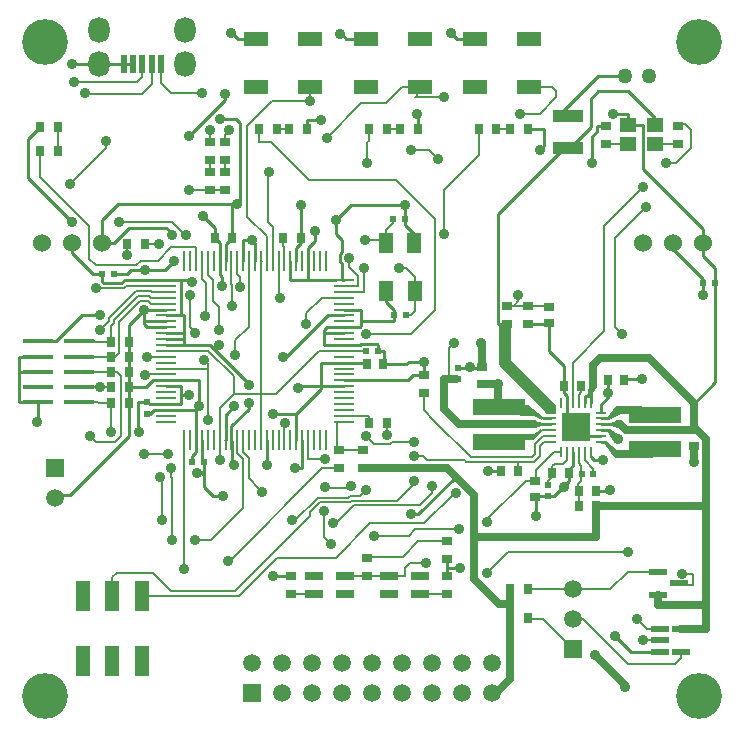
<source format=gtl>
%FSTAX23Y23*%
%MOIN*%
%SFA1B1*%

%IPPOS*%
%ADD10R,0.027560X0.035430*%
%ADD11R,0.035430X0.027560*%
%ADD12R,0.102360X0.043310*%
%ADD13R,0.023620X0.019690*%
%ADD14R,0.059060X0.031500*%
%ADD15R,0.047240X0.070870*%
%ADD16R,0.080000X0.050000*%
%ADD17R,0.055120X0.047240*%
%ADD18O,0.009840X0.037400*%
%ADD19O,0.037400X0.009840*%
%ADD20R,0.094490X0.094490*%
%ADD21R,0.173000X0.056500*%
%ADD22R,0.035430X0.031500*%
%ADD23R,0.031500X0.035430*%
%ADD24R,0.019690X0.023620*%
%ADD25R,0.059060X0.023620*%
%ADD26R,0.021650X0.064960*%
%ADD27R,0.011420X0.068900*%
%ADD28R,0.068900X0.011420*%
%ADD29R,0.098430X0.017320*%
%ADD30R,0.047240X0.098430*%
%ADD31C,0.010000*%
%ADD32C,0.025000*%
%ADD33C,0.008000*%
%ADD34C,0.040000*%
%ADD35R,0.059060X0.059060*%
%ADD36C,0.059060*%
%ADD37C,0.060000*%
%ADD38O,0.070870X0.086610*%
%ADD39R,0.059060X0.059060*%
%ADD40C,0.050000*%
%ADD41C,0.035000*%
%ADD42C,0.152000*%
%LNirbeacon-1*%
%LPD*%
G36*
X01768Y00991D02*
X01737Y00961D01*
X01706*
X01707Y00983*
X0174*
X01765Y00998*
X01768Y00991*
G37*
G36*
X01788Y01014D02*
X01742Y01002D01*
X01724*
Y01026*
X01741*
X01788Y01014*
G37*
G36*
X02016Y00928D02*
X02018Y00908D01*
X02008Y00907*
X01975Y00951*
X01981Y00958*
X02016Y00928*
G37*
G36*
X02027Y0098D02*
X02029Y00956D01*
X02007Y00957*
X01983Y00992*
X01989Y00999*
X02027Y0098*
G37*
G36*
X02024Y01002D02*
X02017D01*
X01982Y01014*
X02015Y01026*
X02024*
Y01002*
G37*
G36*
X01814Y01077D02*
Y01053D01*
X01778*
Y01075*
X01797Y01094*
X01814Y01077*
G37*
G36*
X0195Y0114D02*
X01945Y0113D01*
X01929Y01109*
X01911*
X0192Y0112*
X01925Y01145*
X0195*
Y0114*
G37*
G36*
X02031Y0105D02*
X0201Y0104D01*
X01988Y01029*
X01987Y01038*
X02011Y01073*
X02033Y01074*
X02031Y0105*
G37*
G36*
X01771Y01039D02*
X01766Y0103D01*
X01741Y01043*
X01695*
Y01079*
X0172*
X01771Y01039*
G37*
G54D10*
X01295Y02D03*
X01354D03*
X00925D03*
X00984D03*
X00905Y01635D03*
X00964D03*
X00825Y02D03*
X00884D03*
X0119D03*
X01249D03*
X01556D03*
X01615D03*
X01629Y00858D03*
X01688D03*
X01889Y00793D03*
X01948D03*
Y00743D03*
X01889D03*
X01898Y01143D03*
X01839D03*
X01858Y00853D03*
X01799D03*
X0033Y01085D03*
X00389D03*
X00095Y02005D03*
X00154D03*
X01719Y00465D03*
X0166D03*
X01719Y0037D03*
X0166D03*
X0119Y0102D03*
X01249D03*
X00444Y01615D03*
X00385D03*
X0033Y0114D03*
X00389D03*
X0033Y0119D03*
X00389D03*
X0033Y0124D03*
X00389D03*
X0033Y0129D03*
X00389D03*
X00095Y01925D03*
X00154D03*
X01719Y02D03*
X0166D03*
G54D11*
X0198Y02009D03*
Y0195D03*
X0066Y01954D03*
Y01895D03*
X0071D03*
Y01954D03*
X0109Y0087D03*
Y00929D03*
X01373Y01178D03*
Y01119D03*
X0093Y00509D03*
Y0045D03*
X0145Y00509D03*
Y0045D03*
X01185Y0051D03*
Y00569D03*
X0145Y00565D03*
Y00624D03*
X0066Y01795D03*
Y01854D03*
X0071Y01795D03*
Y01854D03*
X0117Y0087D03*
Y00929D03*
X0172Y0135D03*
Y01409D03*
X0165D03*
Y0135D03*
X0222Y02009D03*
Y0195D03*
G54D12*
X01855Y01936D03*
Y02043D03*
G54D13*
X0118Y0126D03*
X01219D03*
X01314Y0138D03*
X01275D03*
X01938Y00848D03*
X01899D03*
X006Y0089D03*
X00639D03*
X00339Y01515D03*
X003D03*
X02344Y01485D03*
X02305D03*
X0127Y017D03*
X01309D03*
G54D14*
X01361Y0051D03*
X01258D03*
Y0045D03*
X01361D03*
X01008Y0051D03*
X01111D03*
Y0045D03*
X01008D03*
G54D15*
X01341Y01618D03*
X01342Y0146D03*
X01247Y01618D03*
X01248Y0146D03*
G54D16*
X01725Y0214D03*
Y023D03*
X01545Y0214D03*
Y023D03*
X00995Y0214D03*
Y023D03*
X00815Y0214D03*
Y023D03*
X0136Y0214D03*
Y023D03*
X0118Y0214D03*
Y023D03*
G54D17*
X02055Y02011D03*
Y01948D03*
X02145Y02011D03*
Y01948D03*
G54D18*
X0183Y00922D03*
X0185D03*
X0187D03*
X01889D03*
X01909D03*
X01929D03*
Y01087D03*
X01909D03*
X01889D03*
X0187D03*
X0185D03*
X0183D03*
G54D19*
X01962Y00955D03*
Y00975D03*
Y00994D03*
Y01014D03*
Y01034D03*
Y01053D03*
X01797D03*
Y01034D03*
Y01014D03*
Y00994D03*
Y00975D03*
Y00955D03*
G54D20*
X01879Y01004D03*
G54D21*
X01623Y00955D03*
Y01071D03*
X02144Y00931D03*
Y01047D03*
G54D22*
X01568Y01204D03*
Y01149D03*
X01745Y00827D03*
Y00772D03*
X02275Y00942D03*
Y00997D03*
X0179Y01352D03*
Y01407D03*
G54D23*
X02041Y01163D03*
X01986D03*
X01237Y01215D03*
X01182D03*
X00677Y01635D03*
X00732D03*
G54D24*
X01788Y00813D03*
Y00774D03*
X01488Y01164D03*
Y01203D03*
X0045Y0105D03*
Y01089D03*
G54D25*
X02225Y00485D03*
X02154Y00447D03*
Y00522D03*
X0223Y00257D03*
X02159D03*
Y00332D03*
Y00295D03*
X0223Y00332D03*
G54D26*
X00372Y02215D03*
X00403D03*
X00435D03*
X00466D03*
X00497D03*
G54D27*
X00574Y00961D03*
X00593D03*
X00613D03*
X00633D03*
X00652D03*
X00672D03*
X00692D03*
X00712D03*
X00731D03*
X00751D03*
X00771D03*
X0079D03*
X0081D03*
X0083D03*
X00849D03*
X00869D03*
X00889D03*
X00908D03*
X00928D03*
X00948D03*
X00967D03*
X00987D03*
X01007D03*
X01027D03*
X01046D03*
Y01558D03*
X01027D03*
X01007D03*
X00987D03*
X00967D03*
X00948D03*
X00928D03*
X00908D03*
X00889D03*
X00869D03*
X00849D03*
X0083D03*
X0081D03*
X0079D03*
X00771D03*
X00751D03*
X00731D03*
X00712D03*
X00692D03*
X00672D03*
X00652D03*
X00633D03*
X00613D03*
X00593D03*
X00574D03*
G54D28*
X01108Y01023D03*
Y01043D03*
Y01063D03*
Y01082D03*
Y01102D03*
Y01122D03*
Y01141D03*
Y01161D03*
Y01181D03*
Y012D03*
Y0122D03*
Y0124D03*
Y0126D03*
Y01279D03*
Y01299D03*
Y01319D03*
Y01338D03*
Y01358D03*
Y01378D03*
Y01397D03*
Y01417D03*
Y01437D03*
Y01456D03*
Y01476D03*
Y01496D03*
X00512D03*
Y01476D03*
Y01456D03*
Y01437D03*
Y01417D03*
Y01397D03*
Y01378D03*
Y01358D03*
Y01338D03*
Y01319D03*
Y01299D03*
Y01279D03*
Y0126D03*
Y0124D03*
Y0122D03*
Y012D03*
Y01181D03*
Y01161D03*
Y01141D03*
Y01122D03*
Y01102D03*
Y01082D03*
Y01063D03*
Y01043D03*
Y01023D03*
G54D29*
X00223Y0119D03*
Y0124D03*
Y01291D03*
Y0114D03*
Y01089D03*
X00086D03*
Y0114D03*
Y01291D03*
Y0124D03*
Y0119D03*
G54D30*
X00433Y00441D03*
X00335D03*
X00236D03*
Y00225D03*
X00335D03*
X00433D03*
G54D31*
X01465Y0232D02*
X01485Y023D01*
X01095Y02315D02*
X011D01*
X01115Y023*
X0073Y0232D02*
X00735D01*
X00755Y023*
X00748Y02032D02*
X0076Y0202D01*
Y0176D02*
Y0202D01*
X0075Y0175D02*
X0076Y0176D01*
X00732Y0175D02*
X0075D01*
X02305Y01455D02*
Y01485D01*
X02305Y01445D02*
Y01455D01*
X0193Y021D02*
X01955Y02125D01*
X0193Y02005D02*
Y021D01*
X01865Y0194D02*
X0193Y02005D01*
X01935Y01975D02*
X0195Y0199D01*
X01935Y01885D02*
Y01975D01*
Y0188D02*
Y01885D01*
X0195Y0199D02*
Y02009D01*
X02055Y02011D02*
Y0205D01*
X02005D02*
X02055D01*
X02104Y01866D02*
Y01918D01*
X0195Y02009D02*
X0198D01*
X01719Y02D02*
X01774D01*
X01774Y01999*
Y01944D02*
Y01999D01*
X01955Y02125D02*
X02055D01*
X02145Y02011D02*
Y02035D01*
X02055Y02125D02*
X02145Y02035D01*
X0034Y0162D02*
X0039Y0167D01*
X003Y0162D02*
X0034D01*
X011Y01588D02*
Y0163D01*
X01094Y01582D02*
X011Y01588D01*
X01094Y01557D02*
Y01582D01*
Y01557D02*
X011Y01551D01*
X00024Y01089D02*
Y01239D01*
X00025Y01189D02*
X00086D01*
X00024Y01089D02*
X00086D01*
X00025Y0124D02*
X00086D01*
X01739Y01014D02*
X01797D01*
X0071Y02094D02*
Y02115D01*
X00591Y01975D02*
X0071Y02094D01*
X00389Y0114D02*
X00448D01*
X0047Y01161*
X00306Y01485D02*
X00365D01*
X003Y0149D02*
X00306Y01485D01*
X003Y0149D02*
Y01515D01*
X00376Y01496D02*
X00512D01*
X00365Y01485D02*
X00376Y01496D01*
X00235Y0138D02*
X00295D01*
X00389Y01347D02*
X0044Y01397D01*
X00389Y0129D02*
Y01347D01*
X00146Y01291D02*
X00235Y0138D01*
X0201Y0031D02*
X02062Y00257D01*
X0079Y01145D02*
Y01149D01*
X02205Y016D02*
Y0162D01*
X00339Y01515D02*
X00385D01*
X00443Y0153D02*
X0051D01*
X0054Y0156*
X01929Y01136D02*
X01937Y01145D01*
X0103Y01141D02*
Y0122D01*
X01929Y01109D02*
Y01136D01*
X01909Y00975D02*
X01962D01*
X00625Y01075D02*
Y01161D01*
X00512D02*
X00625D01*
X00512Y01063D02*
X00613D01*
X00565Y01082D02*
Y01112D01*
X00512Y01082D02*
X00565D01*
Y01112D02*
X00587D01*
X00565D02*
Y01141D01*
X00192Y0078D02*
X00389Y00977D01*
X00155Y0078D02*
X00192D01*
X00145Y0077D02*
X00155Y0078D01*
X00986Y01496D02*
Y01557D01*
Y01496D02*
X0108D01*
X01857Y00826D02*
Y00845D01*
X0103Y0122D02*
X01108D01*
X01788Y00774D02*
Y00776D01*
X01978Y00955D02*
X02017Y00916D01*
X01962Y01054D02*
Y0108D01*
X01929Y00905D02*
X01939Y00895D01*
X01577Y0115D02*
X01577Y0115D01*
X0187Y00877D02*
Y00922D01*
X01857Y00865D02*
X0187Y00877D01*
X01962Y0108D02*
X01986Y01104D01*
X01989Y00995D02*
X02019Y00964D01*
X01988Y01034D02*
X02019Y01063D01*
X01962Y01034D02*
X01988D01*
X01788Y00774D02*
X01805D01*
X01595Y00858D02*
X01629D01*
X01373Y01178D02*
Y01211D01*
X01526Y01206D02*
Y01208D01*
X01839Y0112D02*
X0185Y0111D01*
Y01087D02*
Y0111D01*
X01948Y00793D02*
X01987D01*
X0205Y01164D02*
X02099D01*
X02103*
X01962Y00955D02*
X01978D01*
X01769Y01034D02*
X01797D01*
X01962Y00995D02*
X01989D01*
X01929Y01087D02*
Y01109D01*
X01909Y01107D02*
X01911Y01109D01*
X01909Y01087D02*
Y01107D01*
Y01087D02*
X01909Y01087D01*
X00389Y01085D02*
Y0114D01*
Y0119*
Y0124*
Y0129*
X00456Y01082D02*
X00512D01*
X00473Y01063D02*
X00512D01*
X0046Y0105D02*
X00473Y01063D01*
X0045Y0105D02*
X0046D01*
X00633Y009D02*
Y00961D01*
X00711Y00962D02*
X00712Y00961D01*
X00731D02*
X00732Y0096D01*
X00613Y00921D02*
Y00961D01*
X006Y00908D02*
X00613Y00921D01*
X006Y0089D02*
Y00908D01*
X00849Y00961D02*
X0085Y00961D01*
X00986Y01557D02*
X00987Y01558D01*
Y01602*
X00948Y01558D02*
Y01603D01*
X00964Y01619*
Y01635*
X01108Y01161D02*
X01321D01*
X01338Y01178*
X01373*
X0172Y0135D02*
X01788D01*
X02062Y00257D02*
X02159D01*
X02104Y01918D02*
Y0201D01*
Y01918D02*
X02105Y01918D01*
X02055Y02011D02*
X02104D01*
X02273Y01083D02*
X02345Y01154D01*
Y01484*
X02104Y01866D02*
X02305Y01666D01*
Y0162D02*
Y01666D01*
X00372Y02215D02*
X00403D01*
X00291D02*
X00372D01*
X00809Y01559D02*
X0081Y01558D01*
X00692D02*
Y0162D01*
X00677Y01635D02*
X00692Y0162D01*
X00677Y01635D02*
Y01668D01*
X00637Y01709D02*
X00677Y01668D01*
X00712Y01558D02*
Y01614D01*
X00732Y01635*
X003Y0162D02*
Y01695D01*
X01619Y01389D02*
X0162Y01388D01*
X01309Y0168D02*
Y017D01*
Y0168D02*
X01341Y01648D01*
Y01618D02*
X01343Y01617D01*
X002Y01585D02*
Y0162D01*
Y01585D02*
X0027Y01515D01*
X00086Y01291D02*
X00146D01*
X0044Y0135D02*
X00451Y01338D01*
X00512*
X0124Y01222D02*
Y0126D01*
X01219D02*
Y01279D01*
X01108Y01279D02*
X01159D01*
X01163Y01282*
X01216*
X01219Y01279*
Y0126D02*
X0124D01*
X00928Y01496D02*
Y01558D01*
Y01496D02*
X00928Y01496D01*
X006Y0149D02*
X0061D01*
X007Y01475D02*
Y01505D01*
X00692Y01512D02*
X007Y01505D01*
X00692Y01512D02*
Y01558D01*
X00564Y01378D02*
Y01495D01*
X00512Y01378D02*
X00575D01*
X00564Y01495D02*
X00565Y01496D01*
X00512D02*
X00565D01*
X00948Y00961D02*
Y0105D01*
X0087D02*
X00948D01*
X00712Y01047D02*
X0074Y01075D01*
X00712Y00961D02*
Y01047D01*
X00731Y00961D02*
Y01008D01*
X0079Y01066*
Y01085*
X0185Y01034D02*
Y01087D01*
X0179Y0126D02*
Y01352D01*
Y0126D02*
X01839Y0121D01*
X01619Y0135D02*
Y01389D01*
Y0135D02*
X0165D01*
X00512Y01141D02*
X00565D01*
X00613Y00961D02*
X00614Y00962D01*
X00613Y00961D02*
Y01063D01*
X01275Y0136D02*
Y0138D01*
X00964Y01635D02*
Y01744D01*
X0104Y0128D02*
X0104Y01279D01*
X01108*
X00755Y023D02*
X00815D01*
X01115D02*
X0118D01*
X01485D02*
X01545D01*
X0081Y01558D02*
Y01618D01*
X00771Y01558D02*
Y01628D01*
X00732Y00882D02*
Y0096D01*
X00771Y01628D02*
X008D01*
X00811*
X0063Y00855D02*
X00639Y00845D01*
X00615Y00855D02*
X00616Y00853D01*
X00639Y00845D02*
Y0089D01*
X0073Y0088D02*
X00732Y00882D01*
X0073Y0088D02*
X0074D01*
X0145Y00509D02*
Y00535D01*
Y00565*
Y00535D02*
X01495D01*
X0087Y00509D02*
X0093D01*
X0087Y0051D02*
X0087Y00509D01*
X02205Y016D02*
X02305Y01499D01*
Y01485D02*
Y01499D01*
X02305Y01455D02*
X02305Y01455D01*
X0027Y01515D02*
X003D01*
X00055Y01835D02*
X002Y0169D01*
X00055Y01835D02*
Y01964D01*
X00095Y02005*
X01954Y02175D02*
X02045D01*
X01835Y02043D02*
Y02055D01*
X01954Y02175*
X02005Y0205D02*
Y02055D01*
X00675Y01264D02*
X0069Y0128D01*
X00675Y01264D02*
X0079Y01149D01*
X00659Y01279D02*
X00675Y01264D01*
X0117Y0087D02*
Y0087D01*
X00945Y0087D02*
X00967D01*
Y00961*
X00086Y01023D02*
Y01089D01*
X00984Y02D02*
Y02029D01*
X01029*
X0135Y0205D02*
X01354Y02054D01*
X01619Y01389D02*
Y01714D01*
X01835Y0193*
X0176D02*
X01774Y01944D01*
X00849Y0088D02*
Y00961D01*
X00389Y00977D02*
Y01085D01*
X0047Y01161D02*
X00512D01*
X0133Y00715D02*
X01355D01*
X0044Y0135D02*
Y01385D01*
X00987Y01602D02*
X0101Y01625D01*
Y0165*
X00905Y0124D02*
X00915D01*
X0042Y01089D02*
X0045D01*
X00639Y00805D02*
Y00845D01*
Y00805D02*
X0067Y00775D01*
X00705*
X02344Y01485D02*
Y01535D01*
X02305Y01575D02*
X02344Y01535D01*
X02305Y01575D02*
Y0162D01*
X01309Y017D02*
Y01744D01*
X0131Y01745*
X002Y02215D02*
X00291D01*
X0044Y01397D02*
X00512D01*
X01355Y00715D02*
X0148Y0084D01*
X00948Y0105D02*
X0103Y01131D01*
Y01141*
X00961D02*
X0103D01*
X01108*
X0042Y0099D02*
X00425D01*
X00695Y02032D02*
X00748D01*
X00964Y01744D02*
X00965Y01745D01*
Y01747*
X003Y01695D02*
X00355Y0175D01*
X00732*
X0108Y0165D02*
Y01695D01*
X01237Y01215D02*
X01315D01*
X01322Y01222*
X01373*
X00928Y01496D02*
X00986D01*
X011D02*
X01108D01*
X0108Y0165D02*
X011Y0163D01*
X01248Y01421D02*
Y0146D01*
Y01421D02*
X01275Y01394D01*
Y0138D02*
Y01394D01*
X0053Y01645D02*
X00535D01*
X0039Y0167D02*
X00515D01*
X0053Y01655*
X00385Y01515D02*
X00398Y01528D01*
X00422*
X00425Y0153*
X00443*
X0113Y01745D02*
X0131D01*
X0108Y01695D02*
X0113Y01745D01*
X01044Y01319D02*
X01108D01*
X0104Y0128D02*
Y0133D01*
X00512Y01279D02*
X00575D01*
X00512Y01319D02*
X0057D01*
X00575Y01279D02*
Y01378D01*
Y01279D02*
X00659D01*
X00512Y01299D02*
X00574D01*
X00441Y01358D02*
X00512D01*
X00613Y01063D02*
Y01075D01*
X00732Y01635D02*
Y0175D01*
X01962Y01014D02*
X02019D01*
X01108Y0122D02*
X01188D01*
X01911Y01109D02*
X01929D01*
X01165Y0136D02*
X01275D01*
X0042Y0099D02*
Y01089D01*
X00615Y00855D02*
X0063D01*
X00603Y01496D02*
X0061Y0149D01*
X00565Y01496D02*
X00603D01*
X01748Y00712D02*
Y00776D01*
X01738Y00777D02*
X01788D01*
X01839Y0112D02*
Y0121D01*
X01526Y01203D02*
Y01206D01*
X01488Y01203D02*
X01566D01*
X01806Y00775D02*
X01857Y00826D01*
X01939Y00895D02*
X01969D01*
X01986Y0112D02*
Y01163D01*
X011Y01496D02*
Y01551D01*
X01354Y02D02*
Y02054D01*
X01108Y01397D02*
X01165D01*
Y01343D02*
Y01397D01*
X00915Y0124D02*
X01053Y01378D01*
X01108*
X01161Y01339D02*
X01165Y01343D01*
X0104Y0133D02*
X01049Y01339D01*
X01161*
G54D32*
X02154Y00412D02*
X02313D01*
X02154D02*
Y00447D01*
X02313Y00412D02*
Y00966D01*
Y00332D02*
Y00412D01*
X0223Y00332D02*
X02313D01*
X02282Y00997D02*
X02313Y00966D01*
X01456Y01164D02*
X0148D01*
X01439D02*
X01456D01*
X0154Y0064D02*
Y0078D01*
X0166Y00165D02*
Y0037D01*
X01615Y0012D02*
X0166Y00165D01*
X016Y0012D02*
X01615D01*
X01961Y01236D02*
X02122D01*
X01937Y01212D02*
X01961Y01236D01*
X01937Y01145D02*
Y01212D01*
X02047Y00994D02*
X02273D01*
X02122Y01236D02*
X02272Y01086D01*
X02273Y00891D02*
Y00941D01*
X01567Y01204D02*
X01568D01*
X01526Y01206D02*
X01528D01*
X01439Y01065D02*
X0149Y01014D01*
X01739*
X01619Y01072D02*
Y01149D01*
X02273Y00941D02*
X02275Y00942D01*
X01619Y01072D02*
X01623Y01071D01*
X02017Y00916D02*
X02129D01*
X01568Y01149D02*
X01619D01*
X02019Y01014D02*
X02027D01*
X02047Y00994*
X02019Y01063D02*
X02092D01*
X0166Y0037D02*
Y00415D01*
Y00465*
X01945Y00245D02*
X02045Y00145D01*
X01948Y00638D02*
Y00743D01*
X01541Y00638D02*
X01948D01*
X0154Y0064D02*
X01541Y00638D01*
X01565Y01285D02*
X01567Y01282D01*
X01439Y01065D02*
Y01164D01*
X01948Y00743D02*
X02304D01*
X0148Y0084D02*
X0154Y0078D01*
X0145Y0087D02*
X0148Y0084D01*
X0154Y005D02*
Y0064D01*
Y005D02*
X01625Y00415D01*
X0166*
X0117Y0087D02*
X0145D01*
X02273Y00996D02*
Y01083D01*
X01567Y01204D02*
Y01204D01*
Y01282*
Y01285*
G54D33*
X02052Y00522D02*
X02154D01*
X01995Y00465D02*
X02052Y00522D01*
X00994Y02092D02*
Y02139D01*
X00867Y02092D02*
X00994D01*
X00785Y0201D02*
X00867Y02092D01*
X00785Y01706D02*
Y0201D01*
X01725Y0214D02*
X018D01*
X01815Y02125*
Y02105D02*
Y02125D01*
X0135Y02105D02*
Y0214D01*
Y02105D02*
X0144D01*
X01342D02*
X0135D01*
Y0214D02*
X0136D01*
X01301D02*
X0135D01*
X0128Y0183D02*
X0141Y017D01*
X0099Y0183D02*
X0128D01*
X01249Y02D02*
X01295D01*
X01165Y02085D02*
X01246D01*
X0105Y0197D02*
X01165Y02085D01*
X00852Y0185D02*
X00857Y01855D01*
X00785Y01706D02*
X00849Y01641D01*
X0071Y0198D02*
X00725Y01995D01*
X0071Y01954D02*
Y0198D01*
X00908Y01018D02*
X0091Y0102D01*
X00825Y01999D02*
X00825Y02D01*
X00825Y01955D02*
Y01999D01*
Y01955D02*
X00865D01*
X0099Y0183*
X01246Y02085D02*
X01301Y0214D01*
X0218Y01885D02*
X02215D01*
X02265Y01935*
X01695Y0205D02*
X0176D01*
X00884Y02D02*
X00925D01*
X01185Y01885D02*
Y01955D01*
X0119Y0196*
Y02*
X01556Y01913D02*
Y01978D01*
X00655Y012D02*
Y01215D01*
Y0103D02*
Y012D01*
X00512D02*
X00655D01*
X0118Y01315D02*
X0133D01*
X01155Y01475D02*
Y01509D01*
X01125Y0154D02*
X01155Y01509D01*
X01125Y0154D02*
Y01555D01*
X00732Y00567D02*
X01035Y0087D01*
X00987Y009D02*
X01032D01*
X00987D02*
Y00961D01*
X01159Y00776D02*
X0118Y00797D01*
X01126Y00776D02*
X01159D01*
X0112Y0077D02*
X01126Y00776D01*
X01021Y0077D02*
X0112D01*
X01285Y0076D02*
X0134Y00815D01*
X01132Y0076D02*
X01285D01*
X01126Y00754D02*
X01132Y0076D01*
X01027Y00754D02*
X01126D01*
X0108Y00685D02*
X01139Y00744D01*
X0118Y00975D02*
X01206Y00948D01*
X01268Y00955D02*
X01325D01*
X01261Y00948D02*
X01268Y00955D01*
X01206Y00948D02*
X01261D01*
X01035Y0087D02*
X01085D01*
X02245Y02014D02*
X02265Y01994D01*
X02224Y02014D02*
X02245D01*
X02265Y01935D02*
Y01994D01*
X0201Y01635D02*
X02115Y0174D01*
X0201Y0134D02*
Y01635D01*
Y0134D02*
X02035Y01315D01*
X01456Y01164D02*
D01*
X01975Y01675D02*
X02105Y01805D01*
X01975Y01325D02*
Y01675D01*
X0187Y0122D02*
X01975Y01325D01*
X00315Y01935D02*
Y01958D01*
X00195Y01815D02*
X00315Y01935D01*
X00195Y01806D02*
Y01815D01*
X00095Y01839D02*
X00258Y01677D01*
X01585Y0069D02*
Y007D01*
X00379Y01475D02*
X00433D01*
X00372Y01468D02*
X00379Y01475D01*
X0028Y01468D02*
X00372D01*
X00325Y01369D02*
X00414Y01459D01*
X00325Y0136D02*
Y01369D01*
X00341Y01363D02*
X00421Y01443D01*
X00341Y01353D02*
Y01363D01*
X00357Y01356D02*
X00427Y01427D01*
X00357Y01252D02*
Y01356D01*
X00305Y0134D02*
X00325Y0136D01*
X0033Y01342D02*
X00341Y01353D01*
X00414Y01459D02*
X00465D01*
X00421Y01443D02*
X00458D01*
X00427Y01427D02*
X00452D01*
X0033Y0129D02*
Y01342D01*
X00295Y0134D02*
X00305D01*
X00465Y01459D02*
X00467Y01456D01*
X00458Y01443D02*
X00464Y01437D01*
X00452Y01427D02*
X00462Y01417D01*
X0074Y01115D02*
Y01175D01*
X00655Y0126D02*
X0074Y01175D01*
X0098Y01385D02*
X01032Y01437D01*
X01108*
X01456Y01164D02*
Y01268D01*
X0177Y00975D02*
X01797D01*
X01373Y01062D02*
X01408Y01027D01*
X01373Y01062D02*
Y01119D01*
X0074Y01115D02*
X0088D01*
X00692Y01069D02*
X0074Y01116D01*
X00692Y00961D02*
Y01069D01*
X0088Y01115D02*
X01024Y0126D01*
X0083Y01117D02*
Y01558D01*
X00652Y01512D02*
X0067Y01494D01*
Y01427D02*
Y01494D01*
X00512Y0126D02*
X00655D01*
X0093Y0045D02*
X01008D01*
X00281Y00955D02*
X00343D01*
X01719Y00366D02*
X01769D01*
X01207Y00642D02*
X01322D01*
X0104Y00639D02*
X01065Y00615D01*
X00261Y00975D02*
X00281Y00955D01*
X01249Y00978D02*
Y0102D01*
X01354Y00624D02*
X0145D01*
X01302Y00572D02*
X01354Y00624D01*
X01187Y00572D02*
X01302D01*
X01185Y00569D02*
X01187Y00572D01*
X01361Y0045D02*
X01449D01*
X0104Y00639D02*
Y00715D01*
X0083Y00961D02*
Y01112D01*
X0066Y01795D02*
X0071D01*
X0066Y01854D02*
Y01895D01*
X0071Y01854D02*
Y01895D01*
X01108Y0126D02*
X01175D01*
X00731Y01483D02*
X00732Y01483D01*
Y01413D02*
Y01483D01*
Y01413D02*
X00735Y0141D01*
X00223Y0114D02*
X00294D01*
X00295Y0114D02*
X0033D01*
X00751Y01516D02*
X00761Y01506D01*
Y01473D02*
Y01506D01*
X01801Y00858D02*
Y00875D01*
X01809Y00883*
X01836*
X0185Y00897*
Y00922*
X01799Y00853D02*
X018D01*
X01737Y00964D02*
X01767Y00994D01*
X01628Y00964D02*
X01737D01*
X01773Y00955D02*
X01797D01*
X01889Y00795D02*
X0189Y00796D01*
X01888Y00799D02*
Y00816D01*
X01909Y00896D02*
Y00922D01*
Y00896D02*
X01938Y00866D01*
Y00853D02*
Y00866D01*
X01888Y00816D02*
X01898Y00826D01*
X01889Y00885D02*
X01898Y00877D01*
X01788Y00813D02*
Y00825D01*
X01798Y00835*
Y00852*
X01747Y00831D02*
Y00862D01*
X01807Y00922*
X01744Y00916D02*
Y00949D01*
X0177Y00975*
X0176Y0091D02*
Y00943D01*
X01773Y00955*
X01733Y00905D02*
X01744Y00916D01*
X01739Y00889D02*
X0176Y0091D01*
X01688Y00858D02*
Y00889D01*
X01408Y01027D02*
X0153Y00905D01*
X01733*
X01515Y00889D02*
X01739D01*
X0187Y01087D02*
Y0122D01*
X01889Y01087D02*
Y01112D01*
X01898Y01121*
X01889Y00885D02*
Y00907D01*
Y00914*
X01798Y00852D02*
X01799Y00853D01*
X01888Y00799D02*
X0189Y00796D01*
X01619Y00956D02*
X01623Y00955D01*
X01719Y00465D02*
X0187D01*
X0109Y00929D02*
X0117D01*
X00223Y0124D02*
X00276D01*
X00223Y0119D02*
X00276D01*
X00276Y0119D02*
X0033D01*
X01672Y01409D02*
X0172D01*
X00223Y01291D02*
X00276D01*
X00277Y0129D02*
X0033D01*
X0178Y00994D02*
X01797D01*
X01938Y00848D02*
X0194D01*
X01938Y00853D02*
X0194D01*
X01799Y0085D02*
Y00853D01*
X01806Y00854D02*
X0181Y0085D01*
X01801Y00854D02*
X01806D01*
X01801D02*
Y00858D01*
X00905Y01609D02*
Y01635D01*
Y01609D02*
X00908Y01605D01*
Y01558D02*
Y01605D01*
X0119Y0102D02*
Y01043D01*
X01085Y01023D02*
X01108D01*
X00208Y02154D02*
X00416D01*
X00435Y02173*
Y02215*
X0033Y01177D02*
Y0119D01*
X00869Y01558D02*
Y01671D01*
X00852Y01688D02*
X00869Y01671D01*
X00613Y01558D02*
Y01604D01*
X01769Y00366D02*
X0187Y00265D01*
X01719Y00366D02*
Y0037D01*
X00497Y02152D02*
Y02215D01*
Y02152D02*
X00531Y02118D01*
X00633*
X0171Y0214D02*
X01725D01*
X01556Y01978D02*
Y02D01*
X00751Y01516D02*
Y01558D01*
X0079Y01485D02*
Y01558D01*
X00466Y0215D02*
Y02215D01*
X00432Y02116D02*
X00466Y0215D01*
X01456Y01268D02*
X01473Y01285D01*
X00652Y01512D02*
Y01558D01*
X02102Y00295D02*
X02159D01*
X00646Y01382D02*
Y01487D01*
X00633Y01499D02*
X00646Y01487D01*
X00633Y01499D02*
Y01558D01*
X00731Y01483D02*
Y01558D01*
X0165Y01409D02*
X01672D01*
X01687Y01424D02*
Y01446D01*
X01085Y00929D02*
Y01023D01*
X01799Y0085D02*
X0181D01*
X01889Y00744D02*
Y00795D01*
X01898Y00826D02*
Y00877D01*
X01889Y00914D02*
Y00922D01*
X01889Y00922D02*
X01889Y00922D01*
X0194Y00848D02*
Y00853D01*
X01619Y00956D02*
X01628Y00964D01*
X01767Y00994D02*
X01791D01*
X0178D02*
Y00994D01*
X01898Y01121D02*
Y01145D01*
X01672Y01409D02*
X01687Y01424D01*
X00692Y00905D02*
X00692Y00905D01*
X00692Y00905D02*
Y00961D01*
X00446Y01181D02*
X00512D01*
X00445Y0118D02*
X00446Y01181D01*
X01108Y01043D02*
X0119D01*
X01175Y01455D02*
Y01528D01*
X0111Y01455D02*
X01175D01*
X01108Y01456D02*
X0111Y01455D01*
X01171Y01531D02*
X01174Y01535D01*
X01175*
X01108Y01476D02*
X0111Y01475D01*
X00852Y01688D02*
Y0185D01*
X00249Y02116D02*
X00432D01*
X00889Y0144D02*
Y01558D01*
X00595Y0134D02*
Y01445D01*
X00745Y01295D02*
X0079Y0134D01*
Y01461*
X00791Y01461*
Y01485*
X0079Y01485D02*
X00791Y01485D01*
X00595Y0134D02*
X00605Y0133D01*
X00908Y00961D02*
Y01018D01*
X0091Y01019D02*
Y0102D01*
X0059Y01795D02*
X0066D01*
Y01954D02*
Y01995D01*
X00745Y0125D02*
Y01295D01*
X0044Y00915D02*
Y00925D01*
X0083Y01558D02*
X00832Y01556D01*
X01024Y0126D02*
X01108D01*
X00889Y0144D02*
X00895Y01435D01*
X00849Y01558D02*
Y01641D01*
X00435Y01476D02*
X00512D01*
X01258Y0051D02*
X0131D01*
X01111D02*
X01258D01*
X00771Y00921D02*
Y00961D01*
X0176Y0205D02*
X01815Y02105D01*
X00751Y00918D02*
Y00961D01*
X01615Y02D02*
X0166D01*
X02146Y0195D02*
X0222D01*
X0198D02*
X02053D01*
X01585Y007D02*
X01712Y00827D01*
X01745*
X01807Y00922D02*
X0183D01*
X01375Y00685D02*
X0147Y0078D01*
X01195Y00685D02*
X01375D01*
X0108Y0057D02*
X01195Y00685D01*
X00433Y00441D02*
X00756D01*
X00885Y0057*
X0108*
X01322Y00642D02*
X01345Y00665D01*
X0149*
X01075Y00685D02*
X0108D01*
X0104Y00715D02*
X01045Y00719D01*
Y0072*
X0104Y00725D02*
X01045Y0072D01*
X00945Y00695D02*
X01021Y0077D01*
X00791Y00834D02*
X00825Y008D01*
X00791Y00834D02*
Y00901D01*
X00771Y00921D02*
X00791Y00901D01*
X01139Y00744D02*
X01359D01*
X00462Y01417D02*
X00512D01*
X00464Y01437D02*
X00512D01*
X00467Y01456D02*
X00512D01*
X00433Y01475D02*
X00435Y01476D01*
X00276Y0124D02*
X0033D01*
X00345*
X00357Y01252*
X00363Y00974D02*
Y01177D01*
X0035Y0119D02*
X00363Y01177D01*
X0033Y0119D02*
X0035D01*
X0144Y01796D02*
X01556Y01913D01*
X00535Y0062D02*
Y0063D01*
X0064Y0123D02*
X00655Y01215D01*
X0119Y0163D02*
X01235D01*
X01247Y01618*
X0187Y00465D02*
X01995D01*
X0111Y01475D02*
X01155D01*
X0098Y0136D02*
Y01385D01*
X0069Y0133D02*
Y01407D01*
X0067Y01427D02*
X0069Y01407D01*
X0044Y00915D02*
X0052D01*
X00574Y00532D02*
Y00961D01*
X005Y0071D02*
Y00839D01*
X00535Y0063D02*
Y00834D01*
X00529Y0084D02*
X00535Y00834D01*
X00529Y0084D02*
Y0087D01*
X0061Y0063D02*
X00665D01*
X0077Y00735*
Y00899*
X00751Y00918D02*
X0077Y00899D01*
X00995Y00721D02*
X01027Y00754D01*
X00745Y0046D02*
X00995Y0071D01*
Y00721*
X0151Y00895D02*
X01515Y00889D01*
X0134Y00815D02*
Y00825D01*
X02117Y00332D02*
X02159D01*
X02085Y00365D02*
X02117Y00332D01*
X0033Y00998D02*
Y01085D01*
X00343Y00955D02*
X00363Y00974D01*
X00223Y01089D02*
X00285D01*
X00289Y01085D02*
X0033D01*
X00285Y01089D02*
X00289Y01085D01*
X00335Y00441D02*
Y00505D01*
X0035Y0052*
X0047*
X0053Y0046*
X00745*
X01359Y00744D02*
X014Y00785D01*
Y0081*
X0129Y01535D02*
X01315D01*
X01342Y01507*
Y0146D02*
Y01507D01*
X01171Y01531D02*
X01175Y01528D01*
X01342Y01392D02*
Y0146D01*
X0133Y0138D02*
X01342Y01392D01*
X01314Y0138D02*
X0133D01*
X0172Y01409D02*
X01788D01*
X01247Y0163D02*
Y01662D01*
X0127Y01685*
Y017*
X0223Y0048D02*
X0227D01*
X02235Y00515D02*
X0227D01*
Y0048D02*
Y00515D01*
X01326Y00551D02*
X0138D01*
X0131Y00535D02*
X01326Y00551D01*
X0131Y0051D02*
Y00535D01*
X02055Y00215D02*
X0221D01*
X0223Y00235*
Y00257*
X01905Y00365D02*
X02055Y00215D01*
X0187Y00365D02*
X01905D01*
X00465Y0124D02*
X00512D01*
X0134Y0091D02*
X0137D01*
X01385Y00895*
X0151*
X00154Y01925D02*
Y02005D01*
X00095Y01839D02*
Y01925D01*
X00531Y01604D02*
X00613D01*
X00454Y01615D02*
X0049D01*
X0043Y0156D02*
X00486D01*
X00531Y01604*
X00258Y01567D02*
Y01677D01*
Y01567D02*
X0028Y01545D01*
X00415*
X0043Y0156*
X00385Y01574D02*
X00389D01*
Y01575*
X00385Y01579D02*
X00389Y01575D01*
X00385Y0158D02*
X00385Y01579D01*
Y01574D02*
Y01579D01*
Y01615*
X0133Y01315D02*
X0141Y01395D01*
Y017*
X0144Y0165D02*
Y01796D01*
X0139Y0193D02*
X0142Y019D01*
X0133Y0193D02*
X0139D01*
X01032Y009D02*
X0104Y00892D01*
X01057Y00802D02*
X01132D01*
X00577Y01645D02*
X0058D01*
X00356Y0169D02*
X00532D01*
X00577Y01645*
X01585Y0052D02*
X01655Y0059D01*
X02055*
G54D34*
X01644Y0122D02*
X01787Y01076D01*
X01644Y0122D02*
X01645Y0122D01*
Y01335*
G54D35*
X0187Y00265D03*
X00145Y0087D03*
G54D36*
X0187Y00365D03*
Y00465D03*
X00145Y0077D03*
X008Y0022D03*
X009Y0012D03*
Y0022D03*
X01Y0012D03*
Y0022D03*
X011Y0012D03*
Y0022D03*
X012Y0012D03*
Y0022D03*
X013Y0012D03*
Y0022D03*
X014Y0012D03*
Y0022D03*
X015Y0012D03*
Y0022D03*
X016Y0012D03*
Y0022D03*
G54D37*
X02105Y0162D03*
X02205D03*
X02305D03*
X001D03*
X002D03*
X003D03*
G54D38*
X00291Y02215D03*
Y02329D03*
X00578D03*
Y02215D03*
G54D39*
X008Y0012D03*
G54D40*
X02045Y02175D03*
X02125D03*
G54D41*
X01465Y0232D03*
X01095Y02315D03*
X0073Y0232D03*
X0144Y02105D03*
X0105Y0197D03*
X00857Y01855D03*
X00725Y01995D03*
X0075Y0175D03*
X02305Y01445D03*
X0218Y01885D03*
X01935D03*
X01125Y0157D03*
X01175Y01535D03*
X0129D03*
X0134Y0091D03*
X01045Y009D03*
X014Y0081D03*
X0134Y00955D03*
X02115Y0174D03*
X02035Y01315D03*
X02105Y01805D03*
X00195Y01815D03*
X01585Y0069D03*
X01185Y01885D03*
X0045Y0124D03*
X0028Y01468D03*
X00295Y0138D03*
X01945Y00245D03*
X0201Y0031D03*
X01045Y00805D03*
X00835Y0079D03*
X0054Y0156D03*
X01986Y0112D03*
X0079Y01085D03*
X00745Y01245D03*
X0079Y01145D03*
X0061Y0132D03*
X0064Y0123D03*
X0059Y01112D03*
X00655Y0103D03*
X00625Y01075D03*
X0149Y00665D03*
X01207Y00642D03*
X01065Y00615D03*
X0044Y00915D03*
X0085Y0088D03*
X01249Y00978D03*
X00735Y0141D03*
X00295Y0133D03*
X00294Y0114D03*
X00761Y01473D03*
X01856Y00981D03*
Y01028D03*
X01903Y00981D03*
Y01028D03*
X02274Y00889D03*
X01969Y00894D03*
X02019Y00964D03*
X0184Y00805D03*
X01619Y01149D03*
X01373Y01222D03*
X01993Y00794D03*
X01747Y0071D03*
X01528Y01205D03*
X01586Y00858D03*
X02099Y01164D03*
X00208Y02154D03*
X00261Y00975D03*
X00994Y02092D03*
X00443Y0153D03*
X00695Y02032D03*
X00633Y02118D03*
X00591Y01975D03*
X01473Y01285D03*
X00637Y01709D03*
X0118Y00797D03*
X02102Y00295D03*
X00356Y0169D03*
X01687Y01446D03*
X00692Y00895D03*
X002Y0169D03*
X00245Y0212D03*
X00645Y01375D03*
X00905Y0124D03*
X00955Y01135D03*
X00595Y01445D03*
X006Y0149D03*
X007Y01475D03*
X00445Y0118D03*
X0087Y0105D03*
X0091Y01019D03*
X0059Y01795D03*
X0066Y01995D03*
X0074Y01075D03*
X0118Y00975D03*
X00895Y01435D03*
X008Y01628D03*
X00705Y00775D03*
X00616Y00853D03*
X0074Y0088D03*
X01495Y00535D03*
X0087Y0051D03*
X02235Y00515D03*
X02055Y0059D03*
X0138Y00551D03*
X02005Y0205D03*
X01695D03*
X0069Y0128D03*
X00495Y0084D03*
X00529Y0087D03*
X00945D03*
X00085Y01021D03*
X01029Y02029D03*
X0135Y0205D03*
X0176Y0193D03*
X0148Y00785D03*
X0133Y00715D03*
X0134Y00825D03*
X0107Y00685D03*
X0104Y00725D03*
X00935Y00695D03*
X0113Y0081D03*
X0072Y0056D03*
X02045Y0014D03*
X0044Y01397D03*
X0101Y0166D03*
X01565Y01285D03*
X0131Y01745D03*
X0071Y02115D03*
X002Y02215D03*
X0118Y01315D03*
X00425Y0099D03*
X00965Y01747D03*
X0108Y01695D03*
X01176Y0163D03*
X0098Y0135D03*
X0069Y0133D03*
X0052Y00915D03*
X0061Y0063D03*
X00574Y00532D03*
X00535Y0063D03*
X005Y00695D03*
X02085Y00365D03*
X0033Y0099D03*
X00315Y01958D03*
X00535Y01645D03*
X0049Y01615D03*
X00385Y0158D03*
X0144Y0165D03*
X0142Y019D03*
X0133Y0193D03*
X0058Y01645D03*
X01585Y0052D03*
G54D42*
X0011Y0011D03*
X0229D03*
X0011Y0229D03*
X0229D03*
M02*
</source>
